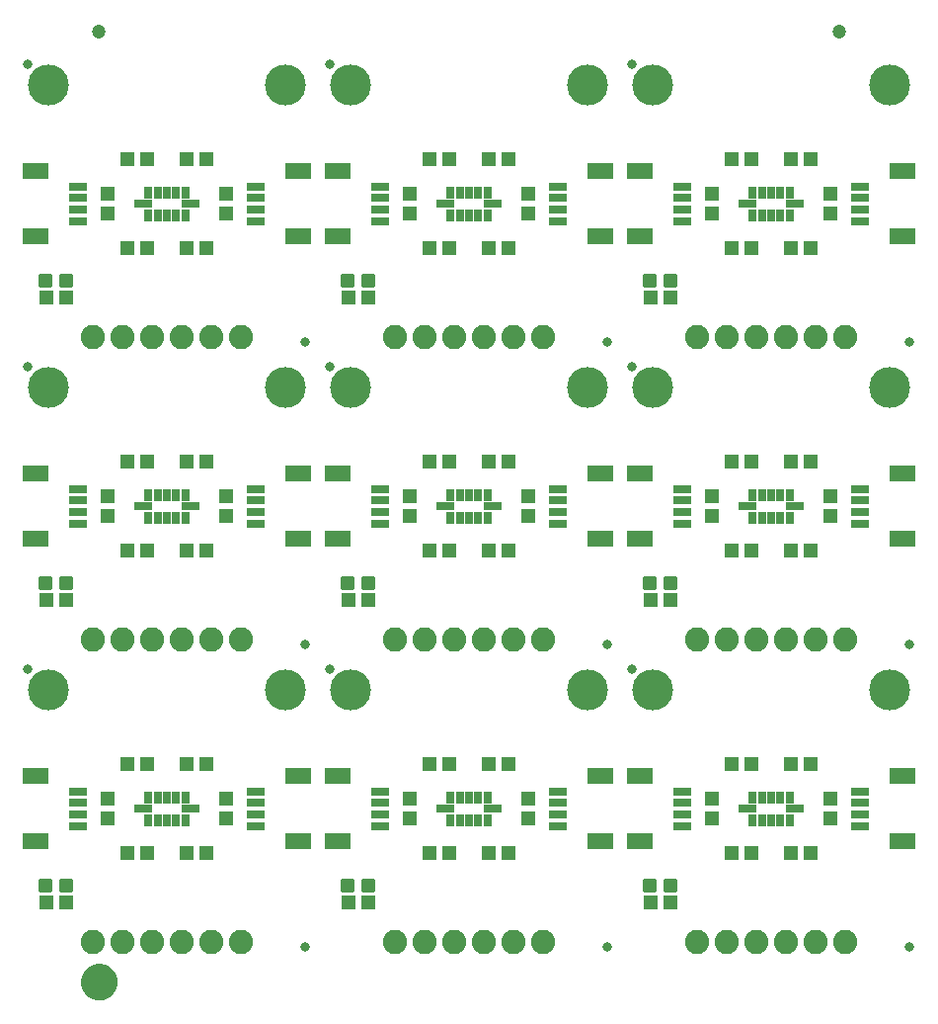
<source format=gts>
G75*
%MOIN*%
%OFA0B0*%
%FSLAX25Y25*%
%IPPOS*%
%LPD*%
%AMOC8*
5,1,8,0,0,1.08239X$1,22.5*
%
%ADD10C,0.13800*%
%ADD11C,0.03300*%
%ADD12R,0.05131X0.04737*%
%ADD13R,0.08674X0.05524*%
%ADD14R,0.06115X0.03162*%
%ADD15C,0.08200*%
%ADD16R,0.04737X0.05131*%
%ADD17R,0.02769X0.04343*%
%ADD18R,0.06312X0.02769*%
%ADD19R,0.02953X0.01772*%
%ADD20C,0.01421*%
%ADD21C,0.04737*%
%ADD22C,0.05000*%
%ADD23C,0.06706*%
D10*
X0038500Y0118500D03*
X0118500Y0118500D03*
X0140500Y0118500D03*
X0220500Y0118500D03*
X0242500Y0118500D03*
X0322500Y0118500D03*
X0322500Y0220500D03*
X0242500Y0220500D03*
X0220500Y0220500D03*
X0140500Y0220500D03*
X0118500Y0220500D03*
X0038500Y0220500D03*
X0038500Y0322500D03*
X0118500Y0322500D03*
X0140500Y0322500D03*
X0220500Y0322500D03*
X0242500Y0322500D03*
X0322500Y0322500D03*
D11*
X0329000Y0236000D03*
X0235500Y0227500D03*
X0227000Y0236000D03*
X0235500Y0329500D03*
X0133500Y0329500D03*
X0125000Y0236000D03*
X0133500Y0227500D03*
X0125000Y0134000D03*
X0133500Y0125500D03*
X0125000Y0032000D03*
X0031500Y0125500D03*
X0031500Y0227500D03*
X0031500Y0329500D03*
X0227000Y0134000D03*
X0235500Y0125500D03*
X0227000Y0032000D03*
X0329000Y0032000D03*
X0329000Y0134000D03*
D12*
X0037654Y0047000D03*
X0044346Y0047000D03*
X0065154Y0063500D03*
X0071846Y0063500D03*
X0085154Y0063500D03*
X0091846Y0063500D03*
X0091846Y0093500D03*
X0085154Y0093500D03*
X0071846Y0093500D03*
X0065154Y0093500D03*
X0044346Y0149000D03*
X0037654Y0149000D03*
X0065154Y0165500D03*
X0071846Y0165500D03*
X0085154Y0165500D03*
X0091846Y0165500D03*
X0091846Y0195500D03*
X0085154Y0195500D03*
X0071846Y0195500D03*
X0065154Y0195500D03*
X0044346Y0251000D03*
X0037654Y0251000D03*
X0065154Y0267500D03*
X0071846Y0267500D03*
X0085154Y0267500D03*
X0091846Y0267500D03*
X0091846Y0297500D03*
X0085154Y0297500D03*
X0071846Y0297500D03*
X0065154Y0297500D03*
X0139654Y0251000D03*
X0146346Y0251000D03*
X0167154Y0267500D03*
X0173846Y0267500D03*
X0187154Y0267500D03*
X0193846Y0267500D03*
X0193846Y0297500D03*
X0187154Y0297500D03*
X0173846Y0297500D03*
X0167154Y0297500D03*
X0241654Y0251000D03*
X0248346Y0251000D03*
X0269154Y0267500D03*
X0275846Y0267500D03*
X0289154Y0267500D03*
X0295846Y0267500D03*
X0295846Y0297500D03*
X0289154Y0297500D03*
X0275846Y0297500D03*
X0269154Y0297500D03*
X0269154Y0195500D03*
X0275846Y0195500D03*
X0289154Y0195500D03*
X0295846Y0195500D03*
X0295846Y0165500D03*
X0289154Y0165500D03*
X0275846Y0165500D03*
X0269154Y0165500D03*
X0248346Y0149000D03*
X0241654Y0149000D03*
X0193846Y0165500D03*
X0187154Y0165500D03*
X0173846Y0165500D03*
X0167154Y0165500D03*
X0146346Y0149000D03*
X0139654Y0149000D03*
X0167154Y0195500D03*
X0173846Y0195500D03*
X0187154Y0195500D03*
X0193846Y0195500D03*
X0193846Y0093500D03*
X0187154Y0093500D03*
X0173846Y0093500D03*
X0167154Y0093500D03*
X0167154Y0063500D03*
X0173846Y0063500D03*
X0187154Y0063500D03*
X0193846Y0063500D03*
X0146346Y0047000D03*
X0139654Y0047000D03*
X0241654Y0047000D03*
X0248346Y0047000D03*
X0269154Y0063500D03*
X0275846Y0063500D03*
X0289154Y0063500D03*
X0295846Y0063500D03*
X0295846Y0093500D03*
X0289154Y0093500D03*
X0275846Y0093500D03*
X0269154Y0093500D03*
D13*
X0238031Y0089524D03*
X0224969Y0089524D03*
X0224969Y0067476D03*
X0238031Y0067476D03*
X0326969Y0067476D03*
X0326969Y0089524D03*
X0326969Y0169476D03*
X0326969Y0191524D03*
X0326969Y0271476D03*
X0326969Y0293524D03*
X0238031Y0293524D03*
X0224969Y0293524D03*
X0224969Y0271476D03*
X0238031Y0271476D03*
X0238031Y0191524D03*
X0224969Y0191524D03*
X0224969Y0169476D03*
X0238031Y0169476D03*
X0136031Y0169476D03*
X0122969Y0169476D03*
X0122969Y0191524D03*
X0136031Y0191524D03*
X0136031Y0271476D03*
X0122969Y0271476D03*
X0122969Y0293524D03*
X0136031Y0293524D03*
X0034031Y0293524D03*
X0034031Y0271476D03*
X0034031Y0191524D03*
X0034031Y0169476D03*
X0034031Y0089524D03*
X0034031Y0067476D03*
X0122969Y0067476D03*
X0136031Y0067476D03*
X0136031Y0089524D03*
X0122969Y0089524D03*
D14*
X0108500Y0084406D03*
X0108500Y0080469D03*
X0108500Y0076531D03*
X0108500Y0072594D03*
X0150500Y0072594D03*
X0150500Y0076531D03*
X0150500Y0080469D03*
X0150500Y0084406D03*
X0210500Y0084406D03*
X0210500Y0080469D03*
X0210500Y0076531D03*
X0210500Y0072594D03*
X0252500Y0072594D03*
X0252500Y0076531D03*
X0252500Y0080469D03*
X0252500Y0084406D03*
X0312500Y0084406D03*
X0312500Y0080469D03*
X0312500Y0076531D03*
X0312500Y0072594D03*
X0312500Y0174594D03*
X0312500Y0178531D03*
X0312500Y0182469D03*
X0312500Y0186406D03*
X0252500Y0186406D03*
X0252500Y0182469D03*
X0252500Y0178531D03*
X0252500Y0174594D03*
X0210500Y0174594D03*
X0210500Y0178531D03*
X0210500Y0182469D03*
X0210500Y0186406D03*
X0150500Y0186406D03*
X0150500Y0182469D03*
X0150500Y0178531D03*
X0150500Y0174594D03*
X0108500Y0174594D03*
X0108500Y0178531D03*
X0108500Y0182469D03*
X0108500Y0186406D03*
X0048500Y0186406D03*
X0048500Y0182469D03*
X0048500Y0178531D03*
X0048500Y0174594D03*
X0048500Y0084406D03*
X0048500Y0080469D03*
X0048500Y0076531D03*
X0048500Y0072594D03*
X0048500Y0276594D03*
X0048500Y0280531D03*
X0048500Y0284469D03*
X0048500Y0288406D03*
X0108500Y0288406D03*
X0108500Y0284469D03*
X0108500Y0280531D03*
X0108500Y0276594D03*
X0150500Y0276594D03*
X0150500Y0280531D03*
X0150500Y0284469D03*
X0150500Y0288406D03*
X0210500Y0288406D03*
X0210500Y0284469D03*
X0210500Y0280531D03*
X0210500Y0276594D03*
X0252500Y0276594D03*
X0252500Y0280531D03*
X0252500Y0284469D03*
X0252500Y0288406D03*
X0312500Y0288406D03*
X0312500Y0284469D03*
X0312500Y0280531D03*
X0312500Y0276594D03*
D15*
X0307500Y0237500D03*
X0297500Y0237500D03*
X0287500Y0237500D03*
X0277500Y0237500D03*
X0267500Y0237500D03*
X0257500Y0237500D03*
X0205500Y0237500D03*
X0195500Y0237500D03*
X0185500Y0237500D03*
X0175500Y0237500D03*
X0165500Y0237500D03*
X0155500Y0237500D03*
X0103500Y0237500D03*
X0093500Y0237500D03*
X0083500Y0237500D03*
X0073500Y0237500D03*
X0063500Y0237500D03*
X0053500Y0237500D03*
X0053500Y0135500D03*
X0063500Y0135500D03*
X0073500Y0135500D03*
X0083500Y0135500D03*
X0093500Y0135500D03*
X0103500Y0135500D03*
X0155500Y0135500D03*
X0165500Y0135500D03*
X0175500Y0135500D03*
X0185500Y0135500D03*
X0195500Y0135500D03*
X0205500Y0135500D03*
X0257500Y0135500D03*
X0267500Y0135500D03*
X0277500Y0135500D03*
X0287500Y0135500D03*
X0297500Y0135500D03*
X0307500Y0135500D03*
X0307500Y0033500D03*
X0297500Y0033500D03*
X0287500Y0033500D03*
X0277500Y0033500D03*
X0267500Y0033500D03*
X0257500Y0033500D03*
X0205500Y0033500D03*
X0195500Y0033500D03*
X0185500Y0033500D03*
X0175500Y0033500D03*
X0165500Y0033500D03*
X0155500Y0033500D03*
X0103500Y0033500D03*
X0093500Y0033500D03*
X0083500Y0033500D03*
X0073500Y0033500D03*
X0063500Y0033500D03*
X0053500Y0033500D03*
D16*
X0058500Y0075154D03*
X0058500Y0081846D03*
X0098500Y0081846D03*
X0098500Y0075154D03*
X0160500Y0075154D03*
X0160500Y0081846D03*
X0200500Y0081846D03*
X0200500Y0075154D03*
X0262500Y0075154D03*
X0262500Y0081846D03*
X0302500Y0081846D03*
X0302500Y0075154D03*
X0302500Y0177154D03*
X0302500Y0183846D03*
X0262500Y0183846D03*
X0262500Y0177154D03*
X0200500Y0177154D03*
X0200500Y0183846D03*
X0160500Y0183846D03*
X0160500Y0177154D03*
X0098500Y0177154D03*
X0098500Y0183846D03*
X0058500Y0183846D03*
X0058500Y0177154D03*
X0058500Y0279154D03*
X0058500Y0285846D03*
X0098500Y0285846D03*
X0098500Y0279154D03*
X0160500Y0279154D03*
X0160500Y0285846D03*
X0200500Y0285846D03*
X0200500Y0279154D03*
X0262500Y0279154D03*
X0262500Y0285846D03*
X0302500Y0285846D03*
X0302500Y0279154D03*
D17*
X0288799Y0278563D03*
X0285650Y0278563D03*
X0282500Y0278563D03*
X0279350Y0278563D03*
X0276201Y0278563D03*
X0276201Y0286437D03*
X0279350Y0286437D03*
X0282500Y0286437D03*
X0285650Y0286437D03*
X0288799Y0286437D03*
X0186799Y0286437D03*
X0183650Y0286437D03*
X0180500Y0286437D03*
X0177350Y0286437D03*
X0174201Y0286437D03*
X0174201Y0278563D03*
X0177350Y0278563D03*
X0180500Y0278563D03*
X0183650Y0278563D03*
X0186799Y0278563D03*
X0186799Y0184437D03*
X0183650Y0184437D03*
X0180500Y0184437D03*
X0177350Y0184437D03*
X0174201Y0184437D03*
X0174201Y0176563D03*
X0177350Y0176563D03*
X0180500Y0176563D03*
X0183650Y0176563D03*
X0186799Y0176563D03*
X0276201Y0176563D03*
X0279350Y0176563D03*
X0282500Y0176563D03*
X0285650Y0176563D03*
X0288799Y0176563D03*
X0288799Y0184437D03*
X0285650Y0184437D03*
X0282500Y0184437D03*
X0279350Y0184437D03*
X0276201Y0184437D03*
X0276201Y0082437D03*
X0279350Y0082437D03*
X0282500Y0082437D03*
X0285650Y0082437D03*
X0288799Y0082437D03*
X0288799Y0074563D03*
X0285650Y0074563D03*
X0282500Y0074563D03*
X0279350Y0074563D03*
X0276201Y0074563D03*
X0186799Y0074563D03*
X0183650Y0074563D03*
X0180500Y0074563D03*
X0177350Y0074563D03*
X0174201Y0074563D03*
X0174201Y0082437D03*
X0177350Y0082437D03*
X0180500Y0082437D03*
X0183650Y0082437D03*
X0186799Y0082437D03*
X0084799Y0082437D03*
X0081650Y0082437D03*
X0078500Y0082437D03*
X0075350Y0082437D03*
X0072201Y0082437D03*
X0072201Y0074563D03*
X0075350Y0074563D03*
X0078500Y0074563D03*
X0081650Y0074563D03*
X0084799Y0074563D03*
X0084799Y0176563D03*
X0081650Y0176563D03*
X0078500Y0176563D03*
X0075350Y0176563D03*
X0072201Y0176563D03*
X0072201Y0184437D03*
X0075350Y0184437D03*
X0078500Y0184437D03*
X0081650Y0184437D03*
X0084799Y0184437D03*
X0084799Y0278563D03*
X0081650Y0278563D03*
X0078500Y0278563D03*
X0075350Y0278563D03*
X0072201Y0278563D03*
X0072201Y0286437D03*
X0075350Y0286437D03*
X0078500Y0286437D03*
X0081650Y0286437D03*
X0084799Y0286437D03*
D18*
X0086571Y0282500D03*
X0070429Y0282500D03*
X0070429Y0180500D03*
X0086571Y0180500D03*
X0172429Y0180500D03*
X0188571Y0180500D03*
X0274429Y0180500D03*
X0290571Y0180500D03*
X0290571Y0282500D03*
X0274429Y0282500D03*
X0188571Y0282500D03*
X0172429Y0282500D03*
X0172429Y0078500D03*
X0188571Y0078500D03*
X0274429Y0078500D03*
X0290571Y0078500D03*
X0086571Y0078500D03*
X0070429Y0078500D03*
D19*
X0084898Y0075843D03*
X0084898Y0177843D03*
X0084898Y0279843D03*
X0186898Y0279843D03*
X0186898Y0177843D03*
X0186898Y0075843D03*
X0288898Y0075843D03*
X0288898Y0177843D03*
X0288898Y0279843D03*
D20*
X0246795Y0258158D02*
X0246795Y0254842D01*
X0246795Y0258158D02*
X0250111Y0258158D01*
X0250111Y0254842D01*
X0246795Y0254842D01*
X0246795Y0256262D02*
X0250111Y0256262D01*
X0250111Y0257682D02*
X0246795Y0257682D01*
X0239889Y0258158D02*
X0239889Y0254842D01*
X0239889Y0258158D02*
X0243205Y0258158D01*
X0243205Y0254842D01*
X0239889Y0254842D01*
X0239889Y0256262D02*
X0243205Y0256262D01*
X0243205Y0257682D02*
X0239889Y0257682D01*
X0144795Y0258158D02*
X0144795Y0254842D01*
X0144795Y0258158D02*
X0148111Y0258158D01*
X0148111Y0254842D01*
X0144795Y0254842D01*
X0144795Y0256262D02*
X0148111Y0256262D01*
X0148111Y0257682D02*
X0144795Y0257682D01*
X0137889Y0258158D02*
X0137889Y0254842D01*
X0137889Y0258158D02*
X0141205Y0258158D01*
X0141205Y0254842D01*
X0137889Y0254842D01*
X0137889Y0256262D02*
X0141205Y0256262D01*
X0141205Y0257682D02*
X0137889Y0257682D01*
X0042795Y0258158D02*
X0042795Y0254842D01*
X0042795Y0258158D02*
X0046111Y0258158D01*
X0046111Y0254842D01*
X0042795Y0254842D01*
X0042795Y0256262D02*
X0046111Y0256262D01*
X0046111Y0257682D02*
X0042795Y0257682D01*
X0035889Y0258158D02*
X0035889Y0254842D01*
X0035889Y0258158D02*
X0039205Y0258158D01*
X0039205Y0254842D01*
X0035889Y0254842D01*
X0035889Y0256262D02*
X0039205Y0256262D01*
X0039205Y0257682D02*
X0035889Y0257682D01*
X0035889Y0156158D02*
X0035889Y0152842D01*
X0035889Y0156158D02*
X0039205Y0156158D01*
X0039205Y0152842D01*
X0035889Y0152842D01*
X0035889Y0154262D02*
X0039205Y0154262D01*
X0039205Y0155682D02*
X0035889Y0155682D01*
X0042795Y0156158D02*
X0042795Y0152842D01*
X0042795Y0156158D02*
X0046111Y0156158D01*
X0046111Y0152842D01*
X0042795Y0152842D01*
X0042795Y0154262D02*
X0046111Y0154262D01*
X0046111Y0155682D02*
X0042795Y0155682D01*
X0137889Y0156158D02*
X0137889Y0152842D01*
X0137889Y0156158D02*
X0141205Y0156158D01*
X0141205Y0152842D01*
X0137889Y0152842D01*
X0137889Y0154262D02*
X0141205Y0154262D01*
X0141205Y0155682D02*
X0137889Y0155682D01*
X0144795Y0156158D02*
X0144795Y0152842D01*
X0144795Y0156158D02*
X0148111Y0156158D01*
X0148111Y0152842D01*
X0144795Y0152842D01*
X0144795Y0154262D02*
X0148111Y0154262D01*
X0148111Y0155682D02*
X0144795Y0155682D01*
X0239889Y0156158D02*
X0239889Y0152842D01*
X0239889Y0156158D02*
X0243205Y0156158D01*
X0243205Y0152842D01*
X0239889Y0152842D01*
X0239889Y0154262D02*
X0243205Y0154262D01*
X0243205Y0155682D02*
X0239889Y0155682D01*
X0246795Y0156158D02*
X0246795Y0152842D01*
X0246795Y0156158D02*
X0250111Y0156158D01*
X0250111Y0152842D01*
X0246795Y0152842D01*
X0246795Y0154262D02*
X0250111Y0154262D01*
X0250111Y0155682D02*
X0246795Y0155682D01*
X0246795Y0054158D02*
X0246795Y0050842D01*
X0246795Y0054158D02*
X0250111Y0054158D01*
X0250111Y0050842D01*
X0246795Y0050842D01*
X0246795Y0052262D02*
X0250111Y0052262D01*
X0250111Y0053682D02*
X0246795Y0053682D01*
X0239889Y0054158D02*
X0239889Y0050842D01*
X0239889Y0054158D02*
X0243205Y0054158D01*
X0243205Y0050842D01*
X0239889Y0050842D01*
X0239889Y0052262D02*
X0243205Y0052262D01*
X0243205Y0053682D02*
X0239889Y0053682D01*
X0144795Y0054158D02*
X0144795Y0050842D01*
X0144795Y0054158D02*
X0148111Y0054158D01*
X0148111Y0050842D01*
X0144795Y0050842D01*
X0144795Y0052262D02*
X0148111Y0052262D01*
X0148111Y0053682D02*
X0144795Y0053682D01*
X0137889Y0054158D02*
X0137889Y0050842D01*
X0137889Y0054158D02*
X0141205Y0054158D01*
X0141205Y0050842D01*
X0137889Y0050842D01*
X0137889Y0052262D02*
X0141205Y0052262D01*
X0141205Y0053682D02*
X0137889Y0053682D01*
X0042795Y0054158D02*
X0042795Y0050842D01*
X0042795Y0054158D02*
X0046111Y0054158D01*
X0046111Y0050842D01*
X0042795Y0050842D01*
X0042795Y0052262D02*
X0046111Y0052262D01*
X0046111Y0053682D02*
X0042795Y0053682D01*
X0035889Y0054158D02*
X0035889Y0050842D01*
X0035889Y0054158D02*
X0039205Y0054158D01*
X0039205Y0050842D01*
X0035889Y0050842D01*
X0035889Y0052262D02*
X0039205Y0052262D01*
X0039205Y0053682D02*
X0035889Y0053682D01*
D21*
X0055500Y0340750D03*
X0305500Y0340750D03*
D22*
X0051935Y0020250D02*
X0051937Y0020369D01*
X0051943Y0020488D01*
X0051953Y0020607D01*
X0051967Y0020725D01*
X0051985Y0020843D01*
X0052006Y0020960D01*
X0052032Y0021076D01*
X0052062Y0021192D01*
X0052095Y0021306D01*
X0052132Y0021419D01*
X0052173Y0021531D01*
X0052218Y0021642D01*
X0052266Y0021751D01*
X0052318Y0021858D01*
X0052374Y0021963D01*
X0052433Y0022067D01*
X0052495Y0022168D01*
X0052561Y0022268D01*
X0052630Y0022365D01*
X0052702Y0022459D01*
X0052778Y0022552D01*
X0052856Y0022641D01*
X0052937Y0022728D01*
X0053022Y0022813D01*
X0053109Y0022894D01*
X0053198Y0022972D01*
X0053291Y0023048D01*
X0053385Y0023120D01*
X0053482Y0023189D01*
X0053582Y0023255D01*
X0053683Y0023317D01*
X0053787Y0023376D01*
X0053892Y0023432D01*
X0053999Y0023484D01*
X0054108Y0023532D01*
X0054219Y0023577D01*
X0054331Y0023618D01*
X0054444Y0023655D01*
X0054558Y0023688D01*
X0054674Y0023718D01*
X0054790Y0023744D01*
X0054907Y0023765D01*
X0055025Y0023783D01*
X0055143Y0023797D01*
X0055262Y0023807D01*
X0055381Y0023813D01*
X0055500Y0023815D01*
X0055619Y0023813D01*
X0055738Y0023807D01*
X0055857Y0023797D01*
X0055975Y0023783D01*
X0056093Y0023765D01*
X0056210Y0023744D01*
X0056326Y0023718D01*
X0056442Y0023688D01*
X0056556Y0023655D01*
X0056669Y0023618D01*
X0056781Y0023577D01*
X0056892Y0023532D01*
X0057001Y0023484D01*
X0057108Y0023432D01*
X0057213Y0023376D01*
X0057317Y0023317D01*
X0057418Y0023255D01*
X0057518Y0023189D01*
X0057615Y0023120D01*
X0057709Y0023048D01*
X0057802Y0022972D01*
X0057891Y0022894D01*
X0057978Y0022813D01*
X0058063Y0022728D01*
X0058144Y0022641D01*
X0058222Y0022552D01*
X0058298Y0022459D01*
X0058370Y0022365D01*
X0058439Y0022268D01*
X0058505Y0022168D01*
X0058567Y0022067D01*
X0058626Y0021963D01*
X0058682Y0021858D01*
X0058734Y0021751D01*
X0058782Y0021642D01*
X0058827Y0021531D01*
X0058868Y0021419D01*
X0058905Y0021306D01*
X0058938Y0021192D01*
X0058968Y0021076D01*
X0058994Y0020960D01*
X0059015Y0020843D01*
X0059033Y0020725D01*
X0059047Y0020607D01*
X0059057Y0020488D01*
X0059063Y0020369D01*
X0059065Y0020250D01*
X0059063Y0020131D01*
X0059057Y0020012D01*
X0059047Y0019893D01*
X0059033Y0019775D01*
X0059015Y0019657D01*
X0058994Y0019540D01*
X0058968Y0019424D01*
X0058938Y0019308D01*
X0058905Y0019194D01*
X0058868Y0019081D01*
X0058827Y0018969D01*
X0058782Y0018858D01*
X0058734Y0018749D01*
X0058682Y0018642D01*
X0058626Y0018537D01*
X0058567Y0018433D01*
X0058505Y0018332D01*
X0058439Y0018232D01*
X0058370Y0018135D01*
X0058298Y0018041D01*
X0058222Y0017948D01*
X0058144Y0017859D01*
X0058063Y0017772D01*
X0057978Y0017687D01*
X0057891Y0017606D01*
X0057802Y0017528D01*
X0057709Y0017452D01*
X0057615Y0017380D01*
X0057518Y0017311D01*
X0057418Y0017245D01*
X0057317Y0017183D01*
X0057213Y0017124D01*
X0057108Y0017068D01*
X0057001Y0017016D01*
X0056892Y0016968D01*
X0056781Y0016923D01*
X0056669Y0016882D01*
X0056556Y0016845D01*
X0056442Y0016812D01*
X0056326Y0016782D01*
X0056210Y0016756D01*
X0056093Y0016735D01*
X0055975Y0016717D01*
X0055857Y0016703D01*
X0055738Y0016693D01*
X0055619Y0016687D01*
X0055500Y0016685D01*
X0055381Y0016687D01*
X0055262Y0016693D01*
X0055143Y0016703D01*
X0055025Y0016717D01*
X0054907Y0016735D01*
X0054790Y0016756D01*
X0054674Y0016782D01*
X0054558Y0016812D01*
X0054444Y0016845D01*
X0054331Y0016882D01*
X0054219Y0016923D01*
X0054108Y0016968D01*
X0053999Y0017016D01*
X0053892Y0017068D01*
X0053787Y0017124D01*
X0053683Y0017183D01*
X0053582Y0017245D01*
X0053482Y0017311D01*
X0053385Y0017380D01*
X0053291Y0017452D01*
X0053198Y0017528D01*
X0053109Y0017606D01*
X0053022Y0017687D01*
X0052937Y0017772D01*
X0052856Y0017859D01*
X0052778Y0017948D01*
X0052702Y0018041D01*
X0052630Y0018135D01*
X0052561Y0018232D01*
X0052495Y0018332D01*
X0052433Y0018433D01*
X0052374Y0018537D01*
X0052318Y0018642D01*
X0052266Y0018749D01*
X0052218Y0018858D01*
X0052173Y0018969D01*
X0052132Y0019081D01*
X0052095Y0019194D01*
X0052062Y0019308D01*
X0052032Y0019424D01*
X0052006Y0019540D01*
X0051985Y0019657D01*
X0051967Y0019775D01*
X0051953Y0019893D01*
X0051943Y0020012D01*
X0051937Y0020131D01*
X0051935Y0020250D01*
D23*
X0055500Y0020250D03*
M02*

</source>
